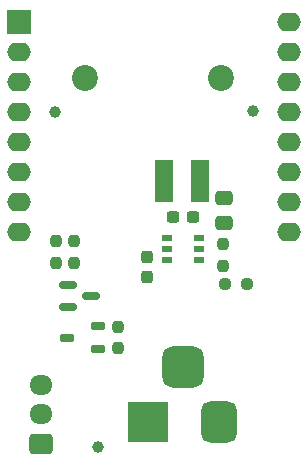
<source format=gbr>
%TF.GenerationSoftware,KiCad,Pcbnew,7.0.11-2.fc38*%
%TF.CreationDate,2024-04-05T10:11:15+02:00*%
%TF.ProjectId,WLED_Board,574c4544-5f42-46f6-9172-642e6b696361,rev?*%
%TF.SameCoordinates,Original*%
%TF.FileFunction,Soldermask,Bot*%
%TF.FilePolarity,Negative*%
%FSLAX46Y46*%
G04 Gerber Fmt 4.6, Leading zero omitted, Abs format (unit mm)*
G04 Created by KiCad (PCBNEW 7.0.11-2.fc38) date 2024-04-05 10:11:15*
%MOMM*%
%LPD*%
G01*
G04 APERTURE LIST*
G04 Aperture macros list*
%AMRoundRect*
0 Rectangle with rounded corners*
0 $1 Rounding radius*
0 $2 $3 $4 $5 $6 $7 $8 $9 X,Y pos of 4 corners*
0 Add a 4 corners polygon primitive as box body*
4,1,4,$2,$3,$4,$5,$6,$7,$8,$9,$2,$3,0*
0 Add four circle primitives for the rounded corners*
1,1,$1+$1,$2,$3*
1,1,$1+$1,$4,$5*
1,1,$1+$1,$6,$7*
1,1,$1+$1,$8,$9*
0 Add four rect primitives between the rounded corners*
20,1,$1+$1,$2,$3,$4,$5,0*
20,1,$1+$1,$4,$5,$6,$7,0*
20,1,$1+$1,$6,$7,$8,$9,0*
20,1,$1+$1,$8,$9,$2,$3,0*%
G04 Aperture macros list end*
%ADD10R,2.000000X2.000000*%
%ADD11O,2.000000X1.600000*%
%ADD12RoundRect,0.250000X0.725000X-0.600000X0.725000X0.600000X-0.725000X0.600000X-0.725000X-0.600000X0*%
%ADD13O,1.950000X1.700000*%
%ADD14C,2.200000*%
%ADD15R,3.500000X3.500000*%
%ADD16RoundRect,0.750000X0.750000X1.000000X-0.750000X1.000000X-0.750000X-1.000000X0.750000X-1.000000X0*%
%ADD17RoundRect,0.875000X0.875000X0.875000X-0.875000X0.875000X-0.875000X-0.875000X0.875000X-0.875000X0*%
%ADD18R,1.500000X3.600000*%
%ADD19RoundRect,0.150000X-0.587500X-0.150000X0.587500X-0.150000X0.587500X0.150000X-0.587500X0.150000X0*%
%ADD20R,0.972299X0.558000*%
%ADD21RoundRect,0.237500X0.237500X-0.250000X0.237500X0.250000X-0.237500X0.250000X-0.237500X-0.250000X0*%
%ADD22RoundRect,0.250000X0.475000X-0.337500X0.475000X0.337500X-0.475000X0.337500X-0.475000X-0.337500X0*%
%ADD23RoundRect,0.162500X0.447500X0.162500X-0.447500X0.162500X-0.447500X-0.162500X0.447500X-0.162500X0*%
%ADD24RoundRect,0.237500X0.237500X-0.300000X0.237500X0.300000X-0.237500X0.300000X-0.237500X-0.300000X0*%
%ADD25RoundRect,0.237500X0.250000X0.237500X-0.250000X0.237500X-0.250000X-0.237500X0.250000X-0.237500X0*%
%ADD26RoundRect,0.237500X0.300000X0.237500X-0.300000X0.237500X-0.300000X-0.237500X0.300000X-0.237500X0*%
%ADD27RoundRect,0.237500X-0.237500X0.250000X-0.237500X-0.250000X0.237500X-0.250000X0.237500X0.250000X0*%
%ADD28C,1.000000*%
G04 APERTURE END LIST*
D10*
%TO.C,U2*%
X84140000Y-88300000D03*
D11*
X84140000Y-90840000D03*
X84140000Y-93380000D03*
X84140000Y-95920000D03*
X84140000Y-98460000D03*
X84140000Y-101000000D03*
X84140000Y-103540000D03*
X84140000Y-106080000D03*
X107000000Y-106080000D03*
X107000000Y-103540000D03*
X107000000Y-101000000D03*
X107000000Y-98460000D03*
X107000000Y-95920000D03*
X107000000Y-93380000D03*
X107000000Y-90840000D03*
X107000000Y-88300000D03*
%TD*%
D12*
%TO.C,J1*%
X85975000Y-124000000D03*
D13*
X85975000Y-121500000D03*
X85975000Y-119000000D03*
%TD*%
D14*
%TO.C,H1*%
X89749999Y-93000000D03*
%TD*%
%TO.C,H2*%
X101249999Y-93000000D03*
%TD*%
D15*
%TO.C,J2*%
X95049999Y-122157500D03*
D16*
X101049999Y-122157500D03*
D17*
X98049999Y-117457500D03*
%TD*%
D18*
%TO.C,L1*%
X99474999Y-101750000D03*
X96424999Y-101750000D03*
%TD*%
D19*
%TO.C,Q1*%
X88312500Y-112450000D03*
X88312500Y-110550000D03*
X90187500Y-111500000D03*
%TD*%
D20*
%TO.C,U1*%
X99362451Y-106549999D03*
X99362451Y-107500000D03*
X99362451Y-108450001D03*
X96637549Y-108450001D03*
X96637549Y-107500000D03*
X96637549Y-106549999D03*
%TD*%
D21*
%TO.C,R2*%
X101362451Y-108912500D03*
X101362451Y-107087500D03*
%TD*%
D22*
%TO.C,C1*%
X101500000Y-105287500D03*
X101500000Y-103212500D03*
%TD*%
D23*
%TO.C,Q2*%
X90810000Y-114050000D03*
X90810000Y-115950000D03*
X88190000Y-115000000D03*
%TD*%
D24*
%TO.C,C3*%
X95000000Y-109862500D03*
X95000000Y-108137500D03*
%TD*%
D25*
%TO.C,R1*%
X103412499Y-110450001D03*
X101587499Y-110450001D03*
%TD*%
D26*
%TO.C,C2*%
X98862500Y-104750000D03*
X97137500Y-104750000D03*
%TD*%
D27*
%TO.C,R4*%
X87250000Y-106837500D03*
X87250000Y-108662500D03*
%TD*%
D28*
%TO.C,FID4*%
X103949999Y-95850000D03*
%TD*%
D21*
%TO.C,R5*%
X88750000Y-108662500D03*
X88750000Y-106837500D03*
%TD*%
%TO.C,R6*%
X92500000Y-115912500D03*
X92500000Y-114087500D03*
%TD*%
D28*
%TO.C,FID6*%
X90799999Y-124300000D03*
%TD*%
%TO.C,FID5*%
X87149999Y-95900000D03*
%TD*%
M02*

</source>
